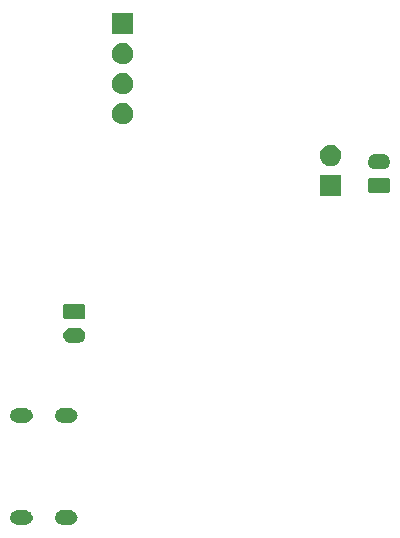
<source format=gbs>
G04 #@! TF.GenerationSoftware,KiCad,Pcbnew,(5.1.5-0)*
G04 #@! TF.CreationDate,2022-02-10T11:07:37-07:00*
G04 #@! TF.ProjectId,TPS61165-heater-v4,54505336-3131-4363-952d-686561746572,rev?*
G04 #@! TF.SameCoordinates,Original*
G04 #@! TF.FileFunction,Soldermask,Bot*
G04 #@! TF.FilePolarity,Negative*
%FSLAX46Y46*%
G04 Gerber Fmt 4.6, Leading zero omitted, Abs format (unit mm)*
G04 Created by KiCad (PCBNEW (5.1.5-0)) date 2022-02-10 11:07:37*
%MOMM*%
%LPD*%
G04 APERTURE LIST*
%ADD10C,0.100000*%
G04 APERTURE END LIST*
D10*
G36*
X122792818Y-87527696D02*
G01*
X122906105Y-87562062D01*
X123010512Y-87617869D01*
X123102027Y-87692973D01*
X123177131Y-87784488D01*
X123232938Y-87888895D01*
X123267304Y-88002182D01*
X123278907Y-88120000D01*
X123267304Y-88237818D01*
X123232938Y-88351105D01*
X123177131Y-88455512D01*
X123102027Y-88547027D01*
X123010512Y-88622131D01*
X122906105Y-88677938D01*
X122792818Y-88712304D01*
X122704519Y-88721000D01*
X121945481Y-88721000D01*
X121857182Y-88712304D01*
X121743895Y-88677938D01*
X121639488Y-88622131D01*
X121547973Y-88547027D01*
X121472869Y-88455512D01*
X121417062Y-88351105D01*
X121382696Y-88237818D01*
X121371093Y-88120000D01*
X121382696Y-88002182D01*
X121417062Y-87888895D01*
X121472869Y-87784488D01*
X121547973Y-87692973D01*
X121639488Y-87617869D01*
X121743895Y-87562062D01*
X121857182Y-87527696D01*
X121945481Y-87519000D01*
X122704519Y-87519000D01*
X122792818Y-87527696D01*
G37*
G36*
X118992818Y-87527696D02*
G01*
X119106105Y-87562062D01*
X119210512Y-87617869D01*
X119302027Y-87692973D01*
X119377131Y-87784488D01*
X119432938Y-87888895D01*
X119467304Y-88002182D01*
X119478907Y-88120000D01*
X119467304Y-88237818D01*
X119432938Y-88351105D01*
X119377131Y-88455512D01*
X119302027Y-88547027D01*
X119210512Y-88622131D01*
X119106105Y-88677938D01*
X118992818Y-88712304D01*
X118904519Y-88721000D01*
X118145481Y-88721000D01*
X118057182Y-88712304D01*
X117943895Y-88677938D01*
X117839488Y-88622131D01*
X117747973Y-88547027D01*
X117672869Y-88455512D01*
X117617062Y-88351105D01*
X117582696Y-88237818D01*
X117571093Y-88120000D01*
X117582696Y-88002182D01*
X117617062Y-87888895D01*
X117672869Y-87784488D01*
X117747973Y-87692973D01*
X117839488Y-87617869D01*
X117943895Y-87562062D01*
X118057182Y-87527696D01*
X118145481Y-87519000D01*
X118904519Y-87519000D01*
X118992818Y-87527696D01*
G37*
G36*
X122792818Y-78887696D02*
G01*
X122906105Y-78922062D01*
X123010512Y-78977869D01*
X123102027Y-79052973D01*
X123177131Y-79144488D01*
X123232938Y-79248895D01*
X123267304Y-79362182D01*
X123278907Y-79480000D01*
X123267304Y-79597818D01*
X123232938Y-79711105D01*
X123177131Y-79815512D01*
X123102027Y-79907027D01*
X123010512Y-79982131D01*
X122906105Y-80037938D01*
X122792818Y-80072304D01*
X122704519Y-80081000D01*
X121945481Y-80081000D01*
X121857182Y-80072304D01*
X121743895Y-80037938D01*
X121639488Y-79982131D01*
X121547973Y-79907027D01*
X121472869Y-79815512D01*
X121417062Y-79711105D01*
X121382696Y-79597818D01*
X121371093Y-79480000D01*
X121382696Y-79362182D01*
X121417062Y-79248895D01*
X121472869Y-79144488D01*
X121547973Y-79052973D01*
X121639488Y-78977869D01*
X121743895Y-78922062D01*
X121857182Y-78887696D01*
X121945481Y-78879000D01*
X122704519Y-78879000D01*
X122792818Y-78887696D01*
G37*
G36*
X118992818Y-78887696D02*
G01*
X119106105Y-78922062D01*
X119210512Y-78977869D01*
X119302027Y-79052973D01*
X119377131Y-79144488D01*
X119432938Y-79248895D01*
X119467304Y-79362182D01*
X119478907Y-79480000D01*
X119467304Y-79597818D01*
X119432938Y-79711105D01*
X119377131Y-79815512D01*
X119302027Y-79907027D01*
X119210512Y-79982131D01*
X119106105Y-80037938D01*
X118992818Y-80072304D01*
X118904519Y-80081000D01*
X118145481Y-80081000D01*
X118057182Y-80072304D01*
X117943895Y-80037938D01*
X117839488Y-79982131D01*
X117747973Y-79907027D01*
X117672869Y-79815512D01*
X117617062Y-79711105D01*
X117582696Y-79597818D01*
X117571093Y-79480000D01*
X117582696Y-79362182D01*
X117617062Y-79248895D01*
X117672869Y-79144488D01*
X117747973Y-79052973D01*
X117839488Y-78977869D01*
X117943895Y-78922062D01*
X118057182Y-78887696D01*
X118145481Y-78879000D01*
X118904519Y-78879000D01*
X118992818Y-78887696D01*
G37*
G36*
X123338855Y-72052140D02*
G01*
X123402618Y-72058420D01*
X123493404Y-72085960D01*
X123525336Y-72095646D01*
X123638425Y-72156094D01*
X123737554Y-72237446D01*
X123818906Y-72336575D01*
X123879354Y-72449664D01*
X123879355Y-72449668D01*
X123916580Y-72572382D01*
X123929149Y-72700000D01*
X123916580Y-72827618D01*
X123889040Y-72918404D01*
X123879354Y-72950336D01*
X123818906Y-73063425D01*
X123737554Y-73162554D01*
X123638425Y-73243906D01*
X123525336Y-73304354D01*
X123493404Y-73314040D01*
X123402618Y-73341580D01*
X123338855Y-73347860D01*
X123306974Y-73351000D01*
X122693026Y-73351000D01*
X122661145Y-73347860D01*
X122597382Y-73341580D01*
X122506596Y-73314040D01*
X122474664Y-73304354D01*
X122361575Y-73243906D01*
X122262446Y-73162554D01*
X122181094Y-73063425D01*
X122120646Y-72950336D01*
X122110960Y-72918404D01*
X122083420Y-72827618D01*
X122070851Y-72700000D01*
X122083420Y-72572382D01*
X122120645Y-72449668D01*
X122120646Y-72449664D01*
X122181094Y-72336575D01*
X122262446Y-72237446D01*
X122361575Y-72156094D01*
X122474664Y-72095646D01*
X122506596Y-72085960D01*
X122597382Y-72058420D01*
X122661145Y-72052140D01*
X122693026Y-72049000D01*
X123306974Y-72049000D01*
X123338855Y-72052140D01*
G37*
G36*
X123766242Y-70053404D02*
G01*
X123803337Y-70064657D01*
X123837515Y-70082925D01*
X123867481Y-70107519D01*
X123892075Y-70137485D01*
X123910343Y-70171663D01*
X123921596Y-70208758D01*
X123926000Y-70253474D01*
X123926000Y-71146526D01*
X123921596Y-71191242D01*
X123910343Y-71228337D01*
X123892075Y-71262515D01*
X123867481Y-71292481D01*
X123837515Y-71317075D01*
X123803337Y-71335343D01*
X123766242Y-71346596D01*
X123721526Y-71351000D01*
X122278474Y-71351000D01*
X122233758Y-71346596D01*
X122196663Y-71335343D01*
X122162485Y-71317075D01*
X122132519Y-71292481D01*
X122107925Y-71262515D01*
X122089657Y-71228337D01*
X122078404Y-71191242D01*
X122074000Y-71146526D01*
X122074000Y-70253474D01*
X122078404Y-70208758D01*
X122089657Y-70171663D01*
X122107925Y-70137485D01*
X122132519Y-70107519D01*
X122162485Y-70082925D01*
X122196663Y-70064657D01*
X122233758Y-70053404D01*
X122278474Y-70049000D01*
X123721526Y-70049000D01*
X123766242Y-70053404D01*
G37*
G36*
X145601000Y-60901000D02*
G01*
X143799000Y-60901000D01*
X143799000Y-59099000D01*
X145601000Y-59099000D01*
X145601000Y-60901000D01*
G37*
G36*
X149566242Y-59353404D02*
G01*
X149603337Y-59364657D01*
X149637515Y-59382925D01*
X149667481Y-59407519D01*
X149692075Y-59437485D01*
X149710343Y-59471663D01*
X149721596Y-59508758D01*
X149726000Y-59553474D01*
X149726000Y-60446526D01*
X149721596Y-60491242D01*
X149710343Y-60528337D01*
X149692075Y-60562515D01*
X149667481Y-60592481D01*
X149637515Y-60617075D01*
X149603337Y-60635343D01*
X149566242Y-60646596D01*
X149521526Y-60651000D01*
X148078474Y-60651000D01*
X148033758Y-60646596D01*
X147996663Y-60635343D01*
X147962485Y-60617075D01*
X147932519Y-60592481D01*
X147907925Y-60562515D01*
X147889657Y-60528337D01*
X147878404Y-60491242D01*
X147874000Y-60446526D01*
X147874000Y-59553474D01*
X147878404Y-59508758D01*
X147889657Y-59471663D01*
X147907925Y-59437485D01*
X147932519Y-59407519D01*
X147962485Y-59382925D01*
X147996663Y-59364657D01*
X148033758Y-59353404D01*
X148078474Y-59349000D01*
X149521526Y-59349000D01*
X149566242Y-59353404D01*
G37*
G36*
X149138855Y-57352140D02*
G01*
X149202618Y-57358420D01*
X149293404Y-57385960D01*
X149325336Y-57395646D01*
X149438425Y-57456094D01*
X149537554Y-57537446D01*
X149618906Y-57636575D01*
X149679354Y-57749664D01*
X149679355Y-57749668D01*
X149716580Y-57872382D01*
X149729149Y-58000000D01*
X149716580Y-58127618D01*
X149689040Y-58218404D01*
X149679354Y-58250336D01*
X149618906Y-58363425D01*
X149537554Y-58462554D01*
X149438425Y-58543906D01*
X149325336Y-58604354D01*
X149293404Y-58614040D01*
X149202618Y-58641580D01*
X149138855Y-58647860D01*
X149106974Y-58651000D01*
X148493026Y-58651000D01*
X148461145Y-58647860D01*
X148397382Y-58641580D01*
X148306596Y-58614040D01*
X148274664Y-58604354D01*
X148161575Y-58543906D01*
X148062446Y-58462554D01*
X147981094Y-58363425D01*
X147920646Y-58250336D01*
X147910960Y-58218404D01*
X147883420Y-58127618D01*
X147870851Y-58000000D01*
X147883420Y-57872382D01*
X147920645Y-57749668D01*
X147920646Y-57749664D01*
X147981094Y-57636575D01*
X148062446Y-57537446D01*
X148161575Y-57456094D01*
X148274664Y-57395646D01*
X148306596Y-57385960D01*
X148397382Y-57358420D01*
X148461145Y-57352140D01*
X148493026Y-57349000D01*
X149106974Y-57349000D01*
X149138855Y-57352140D01*
G37*
G36*
X144813512Y-56563927D02*
G01*
X144962812Y-56593624D01*
X145126784Y-56661544D01*
X145274354Y-56760147D01*
X145399853Y-56885646D01*
X145498456Y-57033216D01*
X145566376Y-57197188D01*
X145601000Y-57371259D01*
X145601000Y-57548741D01*
X145566376Y-57722812D01*
X145498456Y-57886784D01*
X145399853Y-58034354D01*
X145274354Y-58159853D01*
X145126784Y-58258456D01*
X144962812Y-58326376D01*
X144813512Y-58356073D01*
X144788742Y-58361000D01*
X144611258Y-58361000D01*
X144586488Y-58356073D01*
X144437188Y-58326376D01*
X144273216Y-58258456D01*
X144125646Y-58159853D01*
X144000147Y-58034354D01*
X143901544Y-57886784D01*
X143833624Y-57722812D01*
X143799000Y-57548741D01*
X143799000Y-57371259D01*
X143833624Y-57197188D01*
X143901544Y-57033216D01*
X144000147Y-56885646D01*
X144125646Y-56760147D01*
X144273216Y-56661544D01*
X144437188Y-56593624D01*
X144586488Y-56563927D01*
X144611258Y-56559000D01*
X144788742Y-56559000D01*
X144813512Y-56563927D01*
G37*
G36*
X127213512Y-53023927D02*
G01*
X127362812Y-53053624D01*
X127526784Y-53121544D01*
X127674354Y-53220147D01*
X127799853Y-53345646D01*
X127898456Y-53493216D01*
X127966376Y-53657188D01*
X128001000Y-53831259D01*
X128001000Y-54008741D01*
X127966376Y-54182812D01*
X127898456Y-54346784D01*
X127799853Y-54494354D01*
X127674354Y-54619853D01*
X127526784Y-54718456D01*
X127362812Y-54786376D01*
X127213512Y-54816073D01*
X127188742Y-54821000D01*
X127011258Y-54821000D01*
X126986488Y-54816073D01*
X126837188Y-54786376D01*
X126673216Y-54718456D01*
X126525646Y-54619853D01*
X126400147Y-54494354D01*
X126301544Y-54346784D01*
X126233624Y-54182812D01*
X126199000Y-54008741D01*
X126199000Y-53831259D01*
X126233624Y-53657188D01*
X126301544Y-53493216D01*
X126400147Y-53345646D01*
X126525646Y-53220147D01*
X126673216Y-53121544D01*
X126837188Y-53053624D01*
X126986488Y-53023927D01*
X127011258Y-53019000D01*
X127188742Y-53019000D01*
X127213512Y-53023927D01*
G37*
G36*
X127213512Y-50483927D02*
G01*
X127362812Y-50513624D01*
X127526784Y-50581544D01*
X127674354Y-50680147D01*
X127799853Y-50805646D01*
X127898456Y-50953216D01*
X127966376Y-51117188D01*
X128001000Y-51291259D01*
X128001000Y-51468741D01*
X127966376Y-51642812D01*
X127898456Y-51806784D01*
X127799853Y-51954354D01*
X127674354Y-52079853D01*
X127526784Y-52178456D01*
X127362812Y-52246376D01*
X127213512Y-52276073D01*
X127188742Y-52281000D01*
X127011258Y-52281000D01*
X126986488Y-52276073D01*
X126837188Y-52246376D01*
X126673216Y-52178456D01*
X126525646Y-52079853D01*
X126400147Y-51954354D01*
X126301544Y-51806784D01*
X126233624Y-51642812D01*
X126199000Y-51468741D01*
X126199000Y-51291259D01*
X126233624Y-51117188D01*
X126301544Y-50953216D01*
X126400147Y-50805646D01*
X126525646Y-50680147D01*
X126673216Y-50581544D01*
X126837188Y-50513624D01*
X126986488Y-50483927D01*
X127011258Y-50479000D01*
X127188742Y-50479000D01*
X127213512Y-50483927D01*
G37*
G36*
X127213512Y-47943927D02*
G01*
X127362812Y-47973624D01*
X127526784Y-48041544D01*
X127674354Y-48140147D01*
X127799853Y-48265646D01*
X127898456Y-48413216D01*
X127966376Y-48577188D01*
X128001000Y-48751259D01*
X128001000Y-48928741D01*
X127966376Y-49102812D01*
X127898456Y-49266784D01*
X127799853Y-49414354D01*
X127674354Y-49539853D01*
X127526784Y-49638456D01*
X127362812Y-49706376D01*
X127213512Y-49736073D01*
X127188742Y-49741000D01*
X127011258Y-49741000D01*
X126986488Y-49736073D01*
X126837188Y-49706376D01*
X126673216Y-49638456D01*
X126525646Y-49539853D01*
X126400147Y-49414354D01*
X126301544Y-49266784D01*
X126233624Y-49102812D01*
X126199000Y-48928741D01*
X126199000Y-48751259D01*
X126233624Y-48577188D01*
X126301544Y-48413216D01*
X126400147Y-48265646D01*
X126525646Y-48140147D01*
X126673216Y-48041544D01*
X126837188Y-47973624D01*
X126986488Y-47943927D01*
X127011258Y-47939000D01*
X127188742Y-47939000D01*
X127213512Y-47943927D01*
G37*
G36*
X128001000Y-47201000D02*
G01*
X126199000Y-47201000D01*
X126199000Y-45399000D01*
X128001000Y-45399000D01*
X128001000Y-47201000D01*
G37*
M02*

</source>
